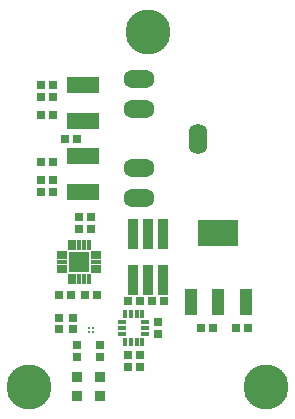
<source format=gbr>
%TF.GenerationSoftware,Altium Limited,Altium Designer,22.4.2 (48)*%
G04 Layer_Color=8388736*
%FSLAX45Y45*%
%MOMM*%
%TF.SameCoordinates,536C032F-4EC3-470D-9469-351792C50264*%
%TF.FilePolarity,Negative*%
%TF.FileFunction,Soldermask,Top*%
%TF.Part,Single*%
G01*
G75*
%TA.AperFunction,SMDPad,CuDef*%
%ADD41R,0.80320X0.80320*%
%ADD42R,3.35000X2.25000*%
%ADD43R,1.05000X2.25000*%
%ADD44R,0.80320X0.80320*%
%ADD45R,0.80320X0.75320*%
%ADD46C,0.33000*%
%ADD47R,0.45560X0.68420*%
%ADD48R,0.68420X0.45560*%
%ADD49R,0.86000X2.50000*%
%ADD50R,2.70320X1.40320*%
%ADD51R,0.90000X0.30000*%
%ADD52R,1.80000X1.80000*%
%ADD53R,0.30000X0.90000*%
%ADD54R,0.90000X0.90000*%
%ADD55R,0.75320X0.80320*%
%TA.AperFunction,ComponentPad*%
G04:AMPARAMS|DCode=56|XSize=2.6mm|YSize=1.6mm|CornerRadius=0.8mm|HoleSize=0mm|Usage=FLASHONLY|Rotation=0.000|XOffset=0mm|YOffset=0mm|HoleType=Round|Shape=RoundedRectangle|*
%AMROUNDEDRECTD56*
21,1,2.60000,0.00000,0,0,0.0*
21,1,1.00000,1.60000,0,0,0.0*
1,1,1.60000,0.50000,0.00000*
1,1,1.60000,-0.50000,0.00000*
1,1,1.60000,-0.50000,0.00000*
1,1,1.60000,0.50000,0.00000*
%
%ADD56ROUNDEDRECTD56*%
G04:AMPARAMS|DCode=57|XSize=2.6mm|YSize=1.6mm|CornerRadius=0.8mm|HoleSize=0mm|Usage=FLASHONLY|Rotation=270.000|XOffset=0mm|YOffset=0mm|HoleType=Round|Shape=RoundedRectangle|*
%AMROUNDEDRECTD57*
21,1,2.60000,0.00000,0,0,270.0*
21,1,1.00000,1.60000,0,0,270.0*
1,1,1.60000,0.00000,-0.50000*
1,1,1.60000,0.00000,0.50000*
1,1,1.60000,0.00000,0.50000*
1,1,1.60000,0.00000,-0.50000*
%
%ADD57ROUNDEDRECTD57*%
%ADD58C,0.10000*%
%TA.AperFunction,ViaPad*%
%ADD59C,3.80000*%
D41*
X-751828Y-2415574D02*
D03*
Y-2515580D02*
D03*
X-630795D02*
D03*
Y-2415574D02*
D03*
X90590Y-2455390D02*
D03*
Y-2555397D02*
D03*
X-799991Y-550010D02*
D03*
Y-450003D02*
D03*
X-800009Y-1249990D02*
D03*
Y-1349997D02*
D03*
D42*
X600000Y-1700000D02*
D03*
D43*
X830000Y-2280000D02*
D03*
X600000Y-2280000D02*
D03*
X370000D02*
D03*
D44*
X-700007Y-900000D02*
D03*
X-600000D02*
D03*
X140609Y-2276791D02*
D03*
X40603D02*
D03*
X-162610Y-2276810D02*
D03*
X-62603D02*
D03*
X-479190Y-1665591D02*
D03*
X-579197Y-1665591D02*
D03*
X-479190Y-1563991D02*
D03*
X-579197Y-1563991D02*
D03*
X449990Y-2500010D02*
D03*
X549997Y-2500009D02*
D03*
X749990Y-2500009D02*
D03*
X849997Y-2500009D02*
D03*
D45*
X-428400Y-2224400D02*
D03*
X-528400D02*
D03*
X-750000D02*
D03*
X-650000D02*
D03*
X-162600Y-2734000D02*
D03*
X-62600D02*
D03*
X-162600Y-2835600D02*
D03*
X-62600D02*
D03*
X-900000Y-700000D02*
D03*
X-800000D02*
D03*
X-900000Y-1100000D02*
D03*
X-800000D02*
D03*
D46*
X-500000Y-2500000D02*
D03*
X-460000D02*
D03*
X-500000Y-2540000D02*
D03*
X-460000D02*
D03*
D47*
X-193349Y-2625263D02*
D03*
X-143337D02*
D03*
X-93324Y-2625263D02*
D03*
X-43311Y-2625263D02*
D03*
Y-2383963D02*
D03*
X-93324D02*
D03*
X-143337Y-2383962D02*
D03*
X-193349Y-2383963D02*
D03*
D48*
X-22460Y-2554625D02*
D03*
X-22460Y-2504613D02*
D03*
X-22460Y-2454600D02*
D03*
X-214200D02*
D03*
Y-2504613D02*
D03*
Y-2554625D02*
D03*
D49*
X127000Y-2095000D02*
D03*
X0Y-2095000D02*
D03*
X-127000Y-2095000D02*
D03*
Y-1705000D02*
D03*
X0Y-1705000D02*
D03*
X127000Y-1705000D02*
D03*
D50*
X-550000Y-1350000D02*
D03*
X-550000Y-1050000D02*
D03*
Y-450000D02*
D03*
X-550000Y-750000D02*
D03*
D51*
X-435000Y-1945000D02*
D03*
Y-1985001D02*
D03*
Y-1865001D02*
D03*
Y-1905000D02*
D03*
X-725000Y-2025001D02*
D03*
Y-1985001D02*
D03*
Y-1905000D02*
D03*
X-725000Y-1945001D02*
D03*
X-725000Y-1865001D02*
D03*
X-435000Y-2025001D02*
D03*
D52*
X-580000Y-1945000D02*
D03*
D53*
X-620000Y-2090000D02*
D03*
X-500001D02*
D03*
X-540000Y-2090001D02*
D03*
X-580000Y-2090000D02*
D03*
X-660000Y-1800000D02*
D03*
X-620000D02*
D03*
X-540000Y-1800001D02*
D03*
X-580000Y-1800000D02*
D03*
X-500000D02*
D03*
X-660000Y-2090000D02*
D03*
D54*
X-600000Y-3080000D02*
D03*
Y-2920000D02*
D03*
X-400000Y-3080000D02*
D03*
X-399999Y-2920000D02*
D03*
D55*
X-600000Y-2650000D02*
D03*
Y-2750000D02*
D03*
X-900000Y-1350000D02*
D03*
X-900000Y-1250000D02*
D03*
X-400000Y-2650000D02*
D03*
Y-2750000D02*
D03*
X-900000Y-550000D02*
D03*
Y-450000D02*
D03*
D56*
X-75000Y-650000D02*
D03*
Y-1150000D02*
D03*
Y-1400000D02*
D03*
Y-400000D02*
D03*
D57*
X425000Y-900000D02*
D03*
D58*
X675000Y-1400000D02*
D03*
X425000D02*
D03*
X675000Y-400000D02*
D03*
X425000D02*
D03*
D59*
X0Y0D02*
D03*
X-1000000Y-3000000D02*
D03*
X1000000D02*
D03*
%TF.MD5,dac80f37e9032e90a3e1e4b1758fa2f2*%
M02*

</source>
